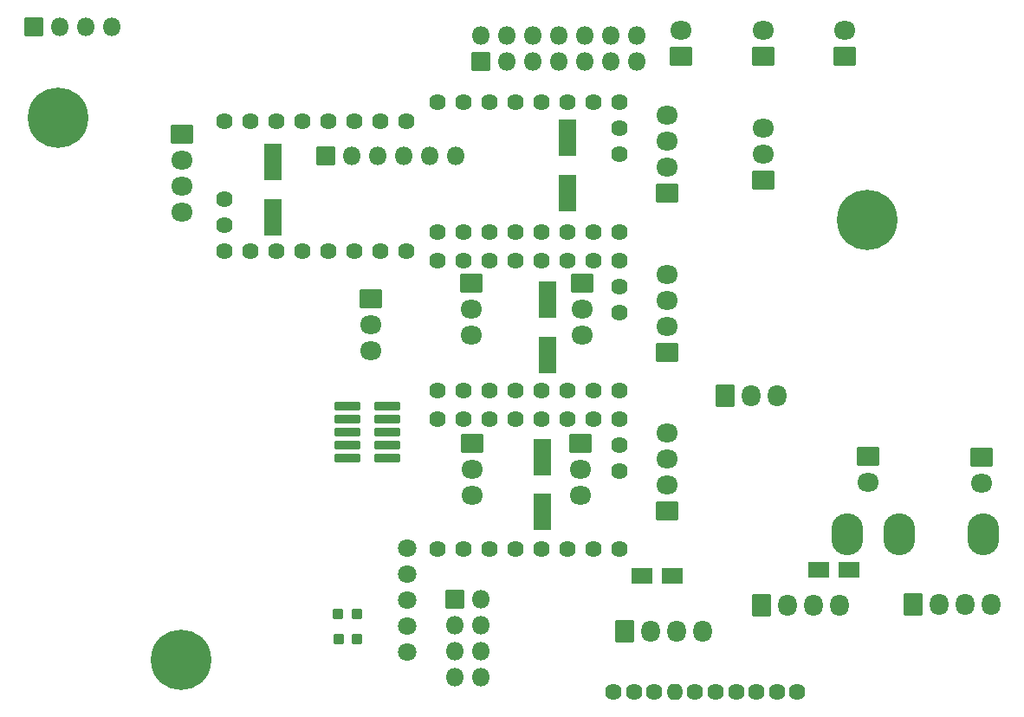
<source format=gts>
G04 #@! TF.GenerationSoftware,KiCad,Pcbnew,6.0.6-3a73a75311~116~ubuntu20.04.1*
G04 #@! TF.CreationDate,2022-07-28T13:36:28+02:00*
G04 #@! TF.ProjectId,Buddy_shield_extractor,42756464-795f-4736-9869-656c645f6578,rev?*
G04 #@! TF.SameCoordinates,Original*
G04 #@! TF.FileFunction,Soldermask,Top*
G04 #@! TF.FilePolarity,Negative*
%FSLAX46Y46*%
G04 Gerber Fmt 4.6, Leading zero omitted, Abs format (unit mm)*
G04 Created by KiCad (PCBNEW 6.0.6-3a73a75311~116~ubuntu20.04.1) date 2022-07-28 13:36:28*
%MOMM*%
%LPD*%
G01*
G04 APERTURE LIST*
G04 Aperture macros list*
%AMRoundRect*
0 Rectangle with rounded corners*
0 $1 Rounding radius*
0 $2 $3 $4 $5 $6 $7 $8 $9 X,Y pos of 4 corners*
0 Add a 4 corners polygon primitive as box body*
4,1,4,$2,$3,$4,$5,$6,$7,$8,$9,$2,$3,0*
0 Add four circle primitives for the rounded corners*
1,1,$1+$1,$2,$3*
1,1,$1+$1,$4,$5*
1,1,$1+$1,$6,$7*
1,1,$1+$1,$8,$9*
0 Add four rect primitives between the rounded corners*
20,1,$1+$1,$2,$3,$4,$5,0*
20,1,$1+$1,$4,$5,$6,$7,0*
20,1,$1+$1,$6,$7,$8,$9,0*
20,1,$1+$1,$8,$9,$2,$3,0*%
%AMFreePoly0*
4,1,16,0.535355,0.785355,0.541603,0.777735,1.041603,0.027735,1.049029,-0.009806,1.041603,-0.027735,0.541603,-0.777735,0.509806,-0.799029,0.500000,-0.800000,-0.500000,-0.800000,-0.535355,-0.785355,-0.550000,-0.750000,-0.550000,0.750000,-0.535355,0.785355,-0.500000,0.800000,0.500000,0.800000,0.535355,0.785355,0.535355,0.785355,$1*%
G04 Aperture macros list end*
%ADD10RoundRect,0.050000X0.863600X-1.016000X0.863600X1.016000X-0.863600X1.016000X-0.863600X-1.016000X0*%
%ADD11O,1.827200X2.132000*%
%ADD12RoundRect,0.050000X-1.016000X-0.863600X1.016000X-0.863600X1.016000X0.863600X-1.016000X0.863600X0*%
%ADD13O,2.132000X1.827200*%
%ADD14RoundRect,0.050000X-0.800000X1.750000X-0.800000X-1.750000X0.800000X-1.750000X0.800000X1.750000X0*%
%ADD15C,1.624000*%
%ADD16RoundRect,0.287500X0.250000X0.237500X-0.250000X0.237500X-0.250000X-0.237500X0.250000X-0.237500X0*%
%ADD17R,1.500000X1.500000*%
%ADD18FreePoly0,0.000000*%
%ADD19FreePoly0,180.000000*%
%ADD20RoundRect,0.050000X1.016000X0.863600X-1.016000X0.863600X-1.016000X-0.863600X1.016000X-0.863600X0*%
%ADD21RoundRect,0.050000X0.850000X-0.850000X0.850000X0.850000X-0.850000X0.850000X-0.850000X-0.850000X0*%
%ADD22O,1.800000X1.800000*%
%ADD23C,1.800000*%
%ADD24RoundRect,0.287500X-0.250000X-0.237500X0.250000X-0.237500X0.250000X0.237500X-0.250000X0.237500X0*%
%ADD25RoundRect,0.050000X1.200000X0.370000X-1.200000X0.370000X-1.200000X-0.370000X1.200000X-0.370000X0*%
%ADD26RoundRect,0.050000X-0.850000X0.850000X-0.850000X-0.850000X0.850000X-0.850000X0.850000X0.850000X0*%
%ADD27RoundRect,0.050000X0.850000X0.850000X-0.850000X0.850000X-0.850000X-0.850000X0.850000X-0.850000X0*%
%ADD28C,5.900000*%
%ADD29O,3.100000X4.100000*%
%ADD30O,1.624000X1.624000*%
G04 APERTURE END LIST*
D10*
G04 #@! TO.C,J3*
X165890000Y-98490000D03*
D11*
X168430000Y-98490000D03*
X170970000Y-98490000D03*
G04 #@! TD*
D12*
G04 #@! TO.C,J7*
X179890000Y-104410000D03*
D13*
X179890000Y-106950000D03*
G04 #@! TD*
D10*
G04 #@! TO.C,J14*
X184230000Y-118860000D03*
D11*
X186770000Y-118860000D03*
X189310000Y-118860000D03*
X191850000Y-118860000D03*
G04 #@! TD*
D12*
G04 #@! TO.C,J25*
X151700000Y-103150000D03*
D13*
X151700000Y-105690000D03*
X151700000Y-108230000D03*
G04 #@! TD*
D12*
G04 #@! TO.C,J4*
X190940000Y-104450000D03*
D13*
X190940000Y-106990000D03*
G04 #@! TD*
D14*
G04 #@! TO.C,C1*
X150450000Y-78650000D03*
X150450000Y-73250000D03*
G04 #@! TD*
G04 #@! TO.C,C2*
X121650000Y-81000000D03*
X121650000Y-75600000D03*
G04 #@! TD*
D15*
G04 #@! TO.C,U2*
X137740000Y-97980000D03*
X140280000Y-97980000D03*
X142820000Y-97980000D03*
X145360000Y-97980000D03*
X147900000Y-97980000D03*
X150440000Y-97980000D03*
X152980000Y-97980000D03*
X155520000Y-97980000D03*
X137740000Y-85280000D03*
X140280000Y-85280000D03*
X142820000Y-85280000D03*
X145360000Y-85280000D03*
X147900000Y-85280000D03*
X150440000Y-85280000D03*
X152980000Y-85280000D03*
X155520000Y-85280000D03*
X155520000Y-87820000D03*
X155520000Y-90360000D03*
G04 #@! TD*
D12*
G04 #@! TO.C,J24*
X141200000Y-103100000D03*
D13*
X141200000Y-105640000D03*
X141200000Y-108180000D03*
G04 #@! TD*
D10*
G04 #@! TO.C,J19*
X156044000Y-121482000D03*
D11*
X158584000Y-121482000D03*
X161124000Y-121482000D03*
X163664000Y-121482000D03*
G04 #@! TD*
D12*
G04 #@! TO.C,J12*
X112800000Y-72900000D03*
D13*
X112800000Y-75440000D03*
X112800000Y-77980000D03*
X112800000Y-80520000D03*
G04 #@! TD*
D16*
G04 #@! TO.C,R2*
X129922500Y-122220000D03*
X128097500Y-122220000D03*
G04 #@! TD*
D17*
G04 #@! TO.C,JP2*
X160430000Y-116070000D03*
X158030000Y-116070000D03*
D18*
X157230000Y-116070000D03*
D19*
X161230000Y-116070000D03*
G04 #@! TD*
D10*
G04 #@! TO.C,J18*
X169444000Y-118972000D03*
D11*
X171984000Y-118972000D03*
X174524000Y-118972000D03*
X177064000Y-118972000D03*
G04 #@! TD*
D20*
G04 #@! TO.C,J28*
X161600000Y-65250000D03*
D13*
X161600000Y-62710000D03*
G04 #@! TD*
D21*
G04 #@! TO.C,J17*
X126850000Y-75050000D03*
D22*
X129390000Y-75050000D03*
X131930000Y-75050000D03*
X134470000Y-75050000D03*
X137010000Y-75050000D03*
X139550000Y-75050000D03*
G04 #@! TD*
D14*
G04 #@! TO.C,C3*
X148500000Y-94500000D03*
X148500000Y-89100000D03*
G04 #@! TD*
D20*
G04 #@! TO.C,J27*
X169600000Y-65250000D03*
D13*
X169600000Y-62710000D03*
G04 #@! TD*
D20*
G04 #@! TO.C,J26*
X177600000Y-65250000D03*
D13*
X177600000Y-62710000D03*
G04 #@! TD*
D23*
G04 #@! TO.C,J9*
X134850000Y-123530000D03*
X134850000Y-120990000D03*
X134850000Y-118450000D03*
X134850000Y-115910000D03*
X134850000Y-113370000D03*
G04 #@! TD*
D24*
G04 #@! TO.C,R1*
X128077500Y-119840000D03*
X129902500Y-119840000D03*
G04 #@! TD*
D12*
G04 #@! TO.C,J22*
X141100000Y-87500000D03*
D13*
X141100000Y-90040000D03*
X141100000Y-92580000D03*
G04 #@! TD*
D17*
G04 #@! TO.C,JP1*
X175300000Y-115450000D03*
X177700000Y-115450000D03*
D19*
X178500000Y-115450000D03*
D18*
X174500000Y-115450000D03*
G04 #@! TD*
D15*
G04 #@! TO.C,U1*
X134710000Y-71620000D03*
X132170000Y-71620000D03*
X129630000Y-71620000D03*
X127090000Y-71620000D03*
X124550000Y-71620000D03*
X122010000Y-71620000D03*
X119470000Y-71620000D03*
X116930000Y-71620000D03*
X134710000Y-84320000D03*
X132170000Y-84320000D03*
X129630000Y-84320000D03*
X127090000Y-84320000D03*
X124550000Y-84320000D03*
X122010000Y-84320000D03*
X119470000Y-84320000D03*
X116930000Y-84320000D03*
X116930000Y-81780000D03*
X116930000Y-79240000D03*
G04 #@! TD*
G04 #@! TO.C,U4*
X137740000Y-113480000D03*
X140280000Y-113480000D03*
X142820000Y-113480000D03*
X145360000Y-113480000D03*
X147900000Y-113480000D03*
X150440000Y-113480000D03*
X152980000Y-113480000D03*
X155520000Y-113480000D03*
X137740000Y-100780000D03*
X140280000Y-100780000D03*
X142820000Y-100780000D03*
X145360000Y-100780000D03*
X147900000Y-100780000D03*
X150440000Y-100780000D03*
X152980000Y-100780000D03*
X155520000Y-100780000D03*
X155520000Y-103320000D03*
X155520000Y-105860000D03*
G04 #@! TD*
D20*
G04 #@! TO.C,J29*
X160200000Y-109700000D03*
D13*
X160200000Y-107160000D03*
X160200000Y-104620000D03*
X160200000Y-102080000D03*
G04 #@! TD*
D20*
G04 #@! TO.C,J11*
X160200000Y-94200000D03*
D13*
X160200000Y-91660000D03*
X160200000Y-89120000D03*
X160200000Y-86580000D03*
G04 #@! TD*
D20*
G04 #@! TO.C,J30*
X160200000Y-78700000D03*
D13*
X160200000Y-76160000D03*
X160200000Y-73620000D03*
X160200000Y-71080000D03*
G04 #@! TD*
D14*
G04 #@! TO.C,C4*
X148000000Y-109850000D03*
X148000000Y-104450000D03*
G04 #@! TD*
D25*
G04 #@! TO.C,J16*
X132900000Y-104540000D03*
X129000000Y-104540000D03*
X132900000Y-103270000D03*
X129000000Y-103270000D03*
X132900000Y-102000000D03*
X129000000Y-102000000D03*
X132900000Y-100730000D03*
X129000000Y-100730000D03*
X132900000Y-99460000D03*
X129000000Y-99460000D03*
G04 #@! TD*
D20*
G04 #@! TO.C,J20*
X169600000Y-77350000D03*
D13*
X169600000Y-74810000D03*
X169600000Y-72270000D03*
G04 #@! TD*
D12*
G04 #@! TO.C,J21*
X131250000Y-89000000D03*
D13*
X131250000Y-91540000D03*
X131250000Y-94080000D03*
G04 #@! TD*
D15*
G04 #@! TO.C,U3*
X137740000Y-82480000D03*
X140280000Y-82480000D03*
X142820000Y-82480000D03*
X145360000Y-82480000D03*
X147900000Y-82480000D03*
X150440000Y-82480000D03*
X152980000Y-82480000D03*
X155520000Y-82480000D03*
X137740000Y-69780000D03*
X140280000Y-69780000D03*
X142820000Y-69780000D03*
X145360000Y-69780000D03*
X147900000Y-69780000D03*
X150440000Y-69780000D03*
X152980000Y-69780000D03*
X155520000Y-69780000D03*
X155520000Y-72320000D03*
X155520000Y-74860000D03*
G04 #@! TD*
D12*
G04 #@! TO.C,J23*
X151900000Y-87500000D03*
D13*
X151900000Y-90040000D03*
X151900000Y-92580000D03*
G04 #@! TD*
D26*
G04 #@! TO.C,J1*
X98300000Y-62360000D03*
D22*
X100840000Y-62360000D03*
X103380000Y-62360000D03*
X105920000Y-62360000D03*
G04 #@! TD*
D27*
G04 #@! TO.C,J2*
X139450000Y-118360000D03*
D22*
X141990000Y-118360000D03*
X139450000Y-120900000D03*
X141990000Y-120900000D03*
X139450000Y-123440000D03*
X141990000Y-123440000D03*
X139450000Y-125980000D03*
X141990000Y-125980000D03*
G04 #@! TD*
D26*
G04 #@! TO.C,J5*
X141990000Y-65790000D03*
D22*
X141990000Y-63250000D03*
X144530000Y-65790000D03*
X144530000Y-63250000D03*
X147070000Y-65790000D03*
X147070000Y-63250000D03*
X149610000Y-65790000D03*
X149610000Y-63250000D03*
X152150000Y-65790000D03*
X152150000Y-63250000D03*
X154690000Y-65790000D03*
X154690000Y-63250000D03*
X157230000Y-65790000D03*
X157230000Y-63250000D03*
G04 #@! TD*
D28*
G04 #@! TO.C,J8*
X100710000Y-71280000D03*
G04 #@! TD*
D29*
G04 #@! TO.C,J13*
X177800000Y-112020000D03*
X182880000Y-112020000D03*
G04 #@! TD*
D28*
G04 #@! TO.C,J10*
X112700000Y-124280000D03*
G04 #@! TD*
G04 #@! TO.C,J15*
X179780000Y-81290000D03*
G04 #@! TD*
D29*
G04 #@! TO.C,J6*
X191140000Y-112040000D03*
G04 #@! TD*
D15*
G04 #@! TO.C,A1*
X154950000Y-127400000D03*
X156950000Y-127400000D03*
X158950000Y-127400000D03*
D30*
X160950000Y-127400000D03*
D15*
X162950000Y-127400000D03*
X164950000Y-127400000D03*
X166950000Y-127400000D03*
X168950000Y-127400000D03*
X170950000Y-127400000D03*
X172950000Y-127400000D03*
G04 #@! TD*
M02*

</source>
